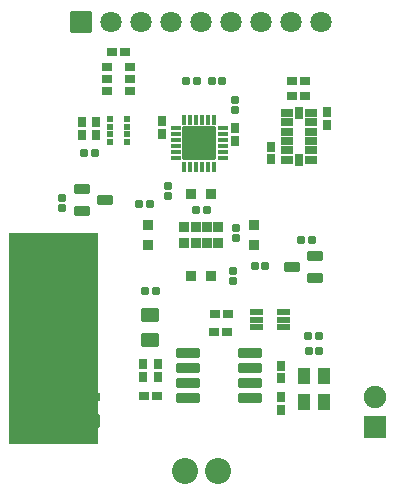
<source format=gts>
G04 Layer: TopSolderMaskLayer*
G04 EasyEDA Pro v2.1.57.773a98f1.225d47, 2024-05-26 20:13:35*
G04 Gerber Generator version 0.3*
G04 Scale: 100 percent, Rotated: No, Reflected: No*
G04 Dimensions in millimeters*
G04 Leading zeros omitted, absolute positions, 3 integers and 5 decimals*
%FSLAX35Y35*%
%MOMM*%
%AMRoundRect*1,1,$1,$2,$3*1,1,$1,$4,$5*1,1,$1,0-$2,0-$3*1,1,$1,0-$4,0-$5*20,1,$1,$2,$3,$4,$5,0*20,1,$1,$4,$5,0-$2,0-$3,0*20,1,$1,0-$2,0-$3,0-$4,0-$5,0*20,1,$1,0-$4,0-$5,$2,$3,0*4,1,4,$2,$3,$4,$5,0-$2,0-$3,0-$4,0-$5,$2,$3,0*%
%ADD10O,0.38003X0.90002*%
%ADD11O,0.90002X0.38003*%
%ADD12RoundRect,0.09658X-1.35172X1.35172X1.35172X1.35172*%
%ADD13RoundRect,0.08874X-0.45601X0.30615X0.45601X0.30615*%
%ADD14RoundRect,0.08874X-0.30615X-0.45601X-0.30615X0.45601*%
%ADD15RoundRect,0.08874X0.30615X0.45601X0.30615X-0.45601*%
%ADD16RoundRect,0.08573X-0.40715X0.25715X0.40715X0.25715*%
%ADD17RoundRect,0.0858X-0.23291X-0.23291X-0.23291X0.23291*%
%ADD18C,2.204*%
%ADD19RoundRect,0.08771X0.28977X-0.27695X-0.28977X-0.27695*%
%ADD20RoundRect,0.09302X-0.70406X-0.50429X-0.70406X0.50429*%
%ADD21RoundRect,0.08389X0.50807X0.21806X0.50807X-0.21806*%
%ADD22RoundRect,0.08389X-0.50807X-0.21806X-0.50807X0.21806*%
%ADD23RoundRect,0.15764X0.27272X0.27272X0.27272X-0.27272*%
%ADD24RoundRect,0.15764X0.27272X0.47274X0.27272X-0.47274*%
%ADD25RoundRect,0.08771X-0.27695X-0.40199X-0.27695X0.40199*%
%ADD26RoundRect,0.09265X-0.47948X-0.60447X-0.47948X0.60447*%
%ADD27RoundRect,0.08771X0.27695X0.40199X0.27695X-0.40199*%
%ADD28RoundRect,0.08771X-0.28977X0.27695X0.28977X0.27695*%
%ADD29RoundRect,0.16224X-0.89602X0.31514X0.89602X0.31514*%
%ADD30RoundRect,0.09017X0.63072X-0.35571X-0.63072X-0.35571*%
%ADD31RoundRect,0.09017X-0.63072X0.35571X0.63072X0.35571*%
%ADD32RoundRect,0.09618X-0.85271X0.85271X0.85271X0.85271*%
%ADD33C,1.8016*%
%ADD34RoundRect,0.09042X-0.36558X-0.40559X-0.36558X0.40559*%
%ADD35C,1.9016*%
%ADD36RoundRect,0.09645X-0.90257X-0.90257X-0.90257X0.90257*%
%ADD37RoundRect,0.09131X0.40514X-0.40514X-0.40514X-0.40514*%
%ADD38RoundRect,0.09131X-0.40514X0.40514X0.40514X0.40514*%
%ADD39RoundRect,0.09131X-0.40514X-0.40514X-0.40514X0.40514*%
%ADD40RoundRect,0.09131X0.40514X0.40514X0.40514X-0.40514*%
%ADD41RoundRect,0.08771X0.27695X0.28977X0.27695X-0.28977*%
%ADD42RoundRect,0.08771X0.40199X-0.27695X-0.40199X-0.27695*%
%ADD43RoundRect,0.08771X-0.27695X-0.28977X-0.27695X0.28977*%
%ADD44RoundRect,0.08771X-0.40199X0.27695X0.40199X0.27695*%
G75*


G04 Rect Start*
G36*
G01X25400Y-1981200D02*
G01X25400Y-3771900D01*
G01X774700D01*
G01Y-1981200D01*
G01X25400D01*
G37*
G04 Rect End*

G04 Pad Start*
G54D10*
G01X1506697Y-1422770D03*
G01X1556684Y-1422770D03*
G01X1606697Y-1422770D03*
G01X1656684Y-1422770D03*
G01X1706697Y-1422770D03*
G01X1756684Y-1422770D03*
G54D11*
G01X1831690Y-1347763D03*
G01X1831690Y-1297776D03*
G01X1831690Y-1247764D03*
G01X1831690Y-1197776D03*
G01X1831690Y-1147764D03*
G01X1831690Y-1097777D03*
G54D10*
G01X1756684Y-1022770D03*
G01X1706697Y-1022770D03*
G01X1656684Y-1022770D03*
G01X1606697Y-1022770D03*
G01X1556684Y-1022770D03*
G01X1507485Y-1022770D03*
G54D11*
G01X1431691Y-1097777D03*
G01X1431691Y-1147764D03*
G01X1431691Y-1197776D03*
G01X1431691Y-1247764D03*
G01X1431691Y-1297776D03*
G01X1431691Y-1347763D03*
G54D12*
G01X1632935Y-1222770D03*
G54D13*
G01X2377631Y-964250D03*
G01X2377631Y-1045530D03*
G01X2377631Y-1124270D03*
G01X2377631Y-1205550D03*
G01X2377631Y-1284290D03*
G01X2377631Y-1365570D03*
G54D14*
G01X2476691Y-1365570D03*
G54D13*
G01X2575751Y-1365570D03*
G01X2575751Y-1284290D03*
G01X2575751Y-1205550D03*
G01X2575751Y-1124270D03*
G01X2575751Y-1045530D03*
G01X2575751Y-964250D03*
G54D15*
G01X2476691Y-964250D03*
G54D16*
G01X848396Y-580708D03*
G01X848396Y-680708D03*
G01X848396Y-780708D03*
G01X1048395Y-780708D03*
G01X1048395Y-680708D03*
G01X1048395Y-580708D03*
G54D17*
G01X1024364Y-1017027D03*
G01X1024364Y-1082051D03*
G01X1024364Y-1147025D03*
G01X1024364Y-1212049D03*
G01X879381Y-1212049D03*
G01X879381Y-1147025D03*
G01X879381Y-1082051D03*
G01X879381Y-1017027D03*
G54D18*
G01X1508000Y-4000000D03*
G01X1792000Y-4000000D03*
G54D19*
G01X1175918Y-2476500D03*
G01X1262482Y-2476500D03*
G54D20*
G01X1219200Y-2886329D03*
G01X1219200Y-2676271D03*
G54D21*
G01X2120202Y-2782799D03*
G01X2120202Y-2717800D03*
G01X2120202Y-2652801D03*
G54D22*
G01X2350199Y-2652801D03*
G01X2350199Y-2717800D03*
G01X2350199Y-2782799D03*
G54D23*
G01X762000Y-3369234D03*
G54D24*
G01X762000Y-3579241D03*
G54D25*
G01X1155700Y-3095092D03*
G01X1155700Y-3204108D03*
G54D26*
G01X2691003Y-3412007D03*
G01X2691003Y-3191993D03*
G01X2515997Y-3191993D03*
G01X2515997Y-3412007D03*
G54D27*
G01X2324100Y-3483508D03*
G01X2324100Y-3374492D03*
G54D25*
G01X2323448Y-3106298D03*
G01X2323448Y-3215315D03*
G54D28*
G01X2644102Y-2856154D03*
G01X2557539Y-2856154D03*
G01X2646782Y-2984500D03*
G01X2560218Y-2984500D03*
G54D29*
G01X1540877Y-2997200D03*
G01X1540877Y-3124200D03*
G01X1540877Y-3251200D03*
G01X1540877Y-3378200D03*
G01X2065923Y-3378200D03*
G01X2065923Y-3251200D03*
G01X2065923Y-3124200D03*
G01X2065923Y-2997200D03*
G54D19*
G01X1524319Y-698500D03*
G01X1610882Y-698500D03*
G54D28*
G01X1826782Y-698500D03*
G01X1740219Y-698500D03*
G54D30*
G01X636600Y-1606804D03*
G01X636600Y-1796796D03*
G01X836600Y-1701800D03*
G54D31*
G01X2614600Y-2368296D03*
G01X2614600Y-2178304D03*
G01X2414600Y-2273300D03*
G54D32*
G01X634000Y-200000D03*
G54D33*
G01X888000Y-200000D03*
G01X1142000Y-200000D03*
G01X1396000Y-200000D03*
G01X1650000Y-200000D03*
G01X1904000Y-200000D03*
G01X2158000Y-200000D03*
G01X2412000Y-200000D03*
G01X2666000Y-200000D03*
G54D34*
G01X1504496Y-2070002D03*
G01X1601499Y-2070002D03*
G01X1698501Y-2070002D03*
G01X1504496Y-1929998D03*
G01X1601499Y-1929998D03*
G01X1698501Y-1929998D03*
G01X1795504Y-1929998D03*
G01X1795504Y-2070002D03*
G54D35*
G01X3120000Y-3373000D03*
G54D36*
G01X3120000Y-3627000D03*
G54D25*
G01X1282700Y-3095092D03*
G01X1282700Y-3204108D03*
G54D37*
G01X2100000Y-1914910D03*
G01X2100000Y-2085090D03*
G54D38*
G01X1200000Y-2085090D03*
G01X1200000Y-1914910D03*
G54D39*
G01X1735090Y-1650000D03*
G01X1564910Y-1650000D03*
G54D40*
G01X1564910Y-2350000D03*
G01X1735090Y-2350000D03*
G54D41*
G01X1935900Y-944982D03*
G01X1935900Y-858418D03*
G54D42*
G01X893885Y-452105D03*
G01X1002902Y-452105D03*
G54D43*
G01X469900Y-1683918D03*
G01X469900Y-1770482D03*
G54D28*
G01X2583282Y-2044700D03*
G01X2496718Y-2044700D03*
G54D43*
G01X1943100Y-1937918D03*
G01X1943100Y-2024482D03*
G54D28*
G01X1694282Y-1790700D03*
G01X1607718Y-1790700D03*
G01X1211682Y-1739900D03*
G01X1125118Y-1739900D03*
G54D41*
G01X1371600Y-1668882D03*
G01X1371600Y-1582318D03*
G01X1917700Y-2392782D03*
G01X1917700Y-2306218D03*
G54D19*
G01X2103018Y-2260600D03*
G01X2189582Y-2260600D03*
G54D25*
G01X1937735Y-1092062D03*
G01X1937735Y-1201078D03*
G01X1313600Y-1037692D03*
G01X1313600Y-1146708D03*
G54D27*
G01X758199Y-1150219D03*
G01X758199Y-1041202D03*
G01X643899Y-1150219D03*
G01X643899Y-1041202D03*
G54D19*
G01X659772Y-1305038D03*
G01X746336Y-1305038D03*
G54D27*
G01X2242455Y-1360853D03*
G01X2242455Y-1251836D03*
G54D44*
G01X1273708Y-3365500D03*
G01X1164692Y-3365500D03*
G54D42*
G01X1763446Y-2668854D03*
G01X1872463Y-2668854D03*
G01X1759737Y-2821254D03*
G01X1868754Y-2821254D03*
G54D25*
G01X2712355Y-956028D03*
G01X2712355Y-1065045D03*
G54D42*
G01X2416547Y-823745D03*
G01X2525564Y-823745D03*
G01X2416547Y-696745D03*
G01X2525564Y-696745D03*
G04 Pad End*

M02*

</source>
